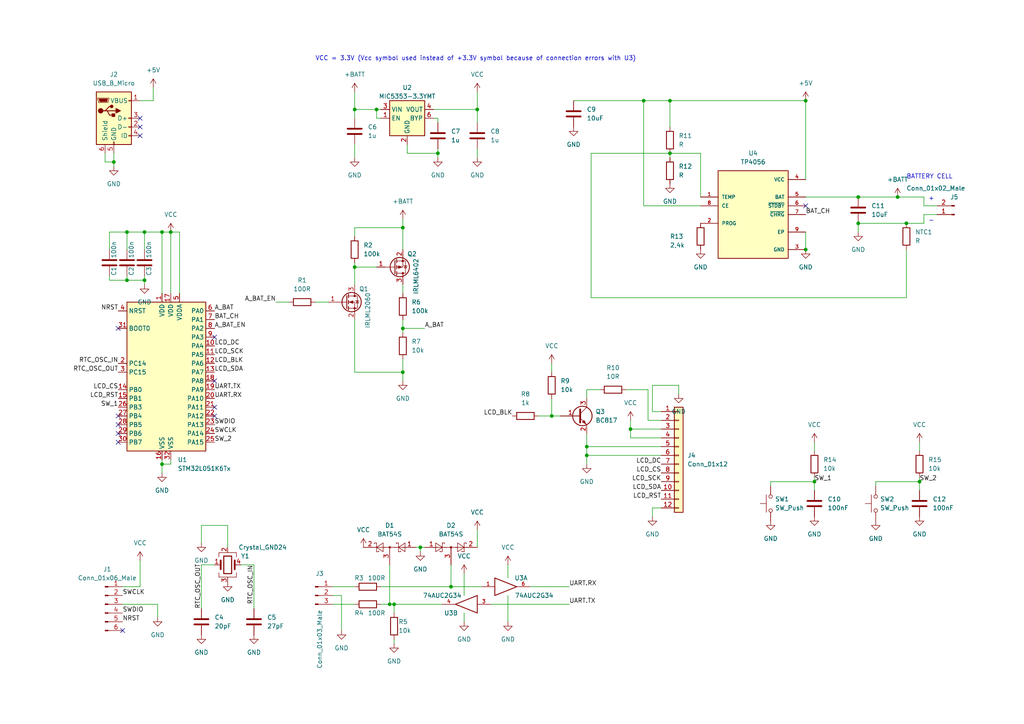
<source format=kicad_sch>
(kicad_sch (version 20211123) (generator eeschema)
  (paper "A4")
  (title_block (title "AGH-CLK-01") (date "01.12.22") (rev "A") (company "MARKIEL MIKOŁAJ, MOSUREK PIOTR, BIK MATEUSZ"))
  (lib_symbols
    (symbol "74xGxx:74AUC2G34" (pin_names (offset 1.016))
      (property "Reference" "U" (at -2.54 3.81 0))
      (property "Value" "74AUC2G34" (at 0 -3.81 0))
      (symbol "74AUC2G34_0_1"
        (pin power_in line (at 0 -2.54 270) (length 0) hide (name "GND") (number "2"))
        (pin power_in line (at 0 2.54 90) (length 0) hide (name "VCC") (number "5"))
      )
      (symbol "74AUC2G34_1_1"
        (pin input line (at -7.62 0 0) (length 3.81) (name "~") (number "1"))
        (pin output line (at 6.35 0 180) (length 3.81) (name "~") (number "6"))
      )
      (symbol "74AUC2G34_2_1"
        (pin input line (at -7.62 0 0) (length 3.81) (name "~") (number "3"))
        (pin output line (at 6.35 0 180) (length 3.81) (name "~") (number "4"))
      )
    )
    (symbol "Battery_Management:TP4056" (pin_names (offset 1.016))
      (property "Reference" "U4" (at 0 17.78 0))
      (property "Value" "TP4056" (at 0 15.24 0))
      (symbol "TP4056_0_0"
        (pin input line (at -15.24 5.08 0) (length 5.08) (name "TEMP") (number "1"))
        (pin bidirectional line (at -15.24 -2.54 0) (length 5.08) (name "PROG") (number "2"))
        (pin power_in line (at 15.24 -10.16 180) (length 5.08) (name "GND") (number "3"))
        (pin power_in line (at 15.24 10.16 180) (length 5.08) (name "VCC") (number "4"))
        (pin power_out line (at 15.24 5.08 180) (length 5.08) (name "BAT") (number "5"))
        (pin output line (at 15.24 2.54 180) (length 5.08) (name "~{STDBY}") (number "6"))
        (pin output line (at 15.24 0 180) (length 5.08) (name "~{CHRG}") (number "7"))
        (pin input line (at -15.24 2.54 0) (length 5.08) (name "CE") (number "8"))
        (pin passive line (at 15.24 -5.08 180) (length 5.08) (name "EP") (number "9"))
      )
    )
    (symbol "Connector:Conn_01x02_Male" (pin_names (offset 1.016) hide)
      (property "Reference" "J" (at 0 2.54 0))
      (property "Value" "Conn_01x02_Male" (at 0 -5.08 0))
      (symbol "Conn_01x02_Male_1_1"
        (pin passive line (at 5.08 0 180) (length 3.81) (name "Pin_1") (number "1"))
        (pin passive line (at 5.08 -2.54 180) (length 3.81) (name "Pin_2") (number "2"))
      )
    )
    (symbol "Connector:Conn_01x03_Male" (pin_names (offset 1.016) hide)
      (property "Reference" "J" (at 0 5.08 0))
      (property "Value" "Conn_01x03_Male" (at 0 -5.08 0))
      (symbol "Conn_01x03_Male_1_1"
        (pin passive line (at 5.08 2.54 180) (length 3.81) (name "Pin_1") (number "1"))
        (pin passive line (at 5.08 0 180) (length 3.81) (name "Pin_2") (number "2"))
        (pin passive line (at 5.08 -2.54 180) (length 3.81) (name "Pin_3") (number "3"))
      )
    )
    (symbol "Connector:Conn_01x06_Male" (pin_names (offset 1.016) hide)
      (property "Reference" "J" (at 0 7.62 0))
      (property "Value" "Conn_01x06_Male" (at 0 -10.16 0))
      (symbol "Conn_01x06_Male_1_1"
        (pin passive line (at 5.08 5.08 180) (length 3.81) (name "Pin_1") (number "1"))
        (pin passive line (at 5.08 2.54 180) (length 3.81) (name "Pin_2") (number "2"))
        (pin passive line (at 5.08 0 180) (length 3.81) (name "Pin_3") (number "3"))
        (pin passive line (at 5.08 -2.54 180) (length 3.81) (name "Pin_4") (number "4"))
        (pin passive line (at 5.08 -5.08 180) (length 3.81) (name "Pin_5") (number "5"))
        (pin passive line (at 5.08 -7.62 180) (length 3.81) (name "Pin_6") (number "6"))
      )
    )
    (symbol "Connector:USB_B_Micro" (pin_names (offset 1.016))
      (property "Reference" "J" (at -5.08 11.43 0))
      (property "Value" "USB_B_Micro" (at -5.08 8.89 0))
      (symbol "USB_B_Micro_1_1"
        (pin power_out line (at 7.62 5.08 180) (length 2.54) (name "VBUS") (number "1"))
        (pin bidirectional line (at 7.62 -2.54 180) (length 2.54) (name "D-") (number "2"))
        (pin bidirectional line (at 7.62 0 180) (length 2.54) (name "D+") (number "3"))
        (pin passive line (at 7.62 -5.08 180) (length 2.54) (name "ID") (number "4"))
        (pin power_out line (at 0 -10.16 90) (length 2.54) (name "GND") (number "5"))
        (pin passive line (at -2.54 -10.16 90) (length 2.54) (name "Shield") (number "6"))
      )
    )
    (symbol "Connector_Generic:Conn_01x12" (pin_names (offset 1.016) hide)
      (property "Reference" "J" (at 0 15.24 0))
      (property "Value" "Conn_01x12" (at 0 -17.78 0))
      (symbol "Conn_01x12_1_1"
        (pin passive line (at -5.08 12.7 0) (length 3.81) (name "Pin_1") (number "1"))
        (pin passive line (at -5.08 -10.16 0) (length 3.81) (name "Pin_10") (number "10"))
        (pin passive line (at -5.08 -12.7 0) (length 3.81) (name "Pin_11") (number "11"))
        (pin passive line (at -5.08 -15.24 0) (length 3.81) (name "Pin_12") (number "12"))
        (pin passive line (at -5.08 10.16 0) (length 3.81) (name "Pin_2") (number "2"))
        (pin passive line (at -5.08 7.62 0) (length 3.81) (name "Pin_3") (number "3"))
        (pin passive line (at -5.08 5.08 0) (length 3.81) (name "Pin_4") (number "4"))
        (pin passive line (at -5.08 2.54 0) (length 3.81) (name "Pin_5") (number "5"))
        (pin passive line (at -5.08 0 0) (length 3.81) (name "Pin_6") (number "6"))
        (pin passive line (at -5.08 -2.54 0) (length 3.81) (name "Pin_7") (number "7"))
        (pin passive line (at -5.08 -5.08 0) (length 3.81) (name "Pin_8") (number "8"))
        (pin passive line (at -5.08 -7.62 0) (length 3.81) (name "Pin_9") (number "9"))
      )
    )
    (symbol "Device:C" (pin_numbers hide) (pin_names (offset 0.254))
      (property "Reference" "C" (at 0.635 2.54 0))
      (property "Value" "C" (at 0.635 -2.54 0))
      (symbol "C_1_1"
        (pin passive line (at 0 3.81 270) (length 2.794) (name "~") (number "1"))
        (pin passive line (at 0 -3.81 90) (length 2.794) (name "~") (number "2"))
      )
    )
    (symbol "Device:Crystal_GND23" (pin_names (offset 1.016) hide)
      (property "Reference" "Y" (at 3.175 5.08 0))
      (property "Value" "Crystal_GND23" (at 3.175 3.175 0))
      (symbol "Crystal_GND23_1_1"
        (pin passive line (at -3.81 0 0) (length 1.27) (name "1") (number "1"))
        (pin passive line (at 0 5.08 270) (length 1.27) (name "2") (number "2"))
        (pin passive line (at 0 -5.08 90) (length 1.27) (name "3") (number "3"))
        (pin passive line (at 3.81 0 180) (length 1.27) (name "4") (number "4"))
      )
    )
    (symbol "Device:R" (pin_numbers hide) (pin_names (offset 0))
      (property "Reference" "R" (at 2.032 0 90))
      (property "Value" "R" (at 0 0 90))
      (symbol "R_1_1"
        (pin passive line (at 0 3.81 270) (length 1.27) (name "~") (number "1"))
        (pin passive line (at 0 -3.81 90) (length 1.27) (name "~") (number "2"))
      )
    )
    (symbol "Diode:BAT54S" (pin_names (offset 1.016))
      (property "Reference" "D" (at 0.635 -3.81 0))
      (property "Value" "BAT54S" (at -6.35 3.175 0))
      (symbol "BAT54S_1_1"
        (pin passive line (at -7.62 0 0) (length 3.81) (name "~") (number "1"))
        (pin passive line (at 7.62 0 180) (length 3.81) (name "~") (number "2"))
        (pin passive line (at 0 -5.08 90) (length 5.08) (name "~") (number "3"))
      )
    )
    (symbol "MCU_ST_STM32L0:STM32L051K6Tx"
      (property "Reference" "U" (at -12.7 21.59 0))
      (property "Value" "STM32L051K6Tx" (at 5.08 21.59 0))
      (symbol "STM32L051K6Tx_1_1"
        (pin power_in line (at -2.54 22.86 270) (length 2.54) (name "VDD") (number "1"))
        (pin bidirectional line (at 12.7 7.62 180) (length 2.54) (name "PA4") (number "10"))
        (pin bidirectional line (at 12.7 5.08 180) (length 2.54) (name "PA5") (number "11"))
        (pin bidirectional line (at 12.7 2.54 180) (length 2.54) (name "PA6") (number "12"))
        (pin bidirectional line (at 12.7 0 180) (length 2.54) (name "PA7") (number "13"))
        (pin bidirectional line (at -15.24 -5.08 0) (length 2.54) (name "PB0") (number "14"))
        (pin bidirectional line (at -15.24 -7.62 0) (length 2.54) (name "PB1") (number "15"))
        (pin power_in line (at -2.54 -25.4 90) (length 2.54) (name "VSS") (number "16"))
        (pin power_in line (at 0 22.86 270) (length 2.54) (name "VDD") (number "17"))
        (pin bidirectional line (at 12.7 -2.54 180) (length 2.54) (name "PA8") (number "18"))
        (pin bidirectional line (at 12.7 -5.08 180) (length 2.54) (name "PA9") (number "19"))
        (pin bidirectional line (at -15.24 2.54 0) (length 2.54) (name "PC14") (number "2"))
        (pin bidirectional line (at 12.7 -7.62 180) (length 2.54) (name "PA10") (number "20"))
        (pin bidirectional line (at 12.7 -10.16 180) (length 2.54) (name "PA11") (number "21"))
        (pin bidirectional line (at 12.7 -12.7 180) (length 2.54) (name "PA12") (number "22"))
        (pin bidirectional line (at 12.7 -15.24 180) (length 2.54) (name "PA13") (number "23"))
        (pin bidirectional line (at 12.7 -17.78 180) (length 2.54) (name "PA14") (number "24"))
        (pin bidirectional line (at 12.7 -20.32 180) (length 2.54) (name "PA15") (number "25"))
        (pin bidirectional line (at -15.24 -10.16 0) (length 2.54) (name "PB3") (number "26"))
        (pin bidirectional line (at -15.24 -12.7 0) (length 2.54) (name "PB4") (number "27"))
        (pin bidirectional line (at -15.24 -15.24 0) (length 2.54) (name "PB5") (number "28"))
        (pin bidirectional line (at -15.24 -17.78 0) (length 2.54) (name "PB6") (number "29"))
        (pin bidirectional line (at -15.24 0 0) (length 2.54) (name "PC15") (number "3"))
        (pin bidirectional line (at -15.24 -20.32 0) (length 2.54) (name "PB7") (number "30"))
        (pin input line (at -15.24 12.7 0) (length 2.54) (name "BOOT0") (number "31"))
        (pin power_in line (at 0 -25.4 90) (length 2.54) (name "VSS") (number "32"))
        (pin input line (at -15.24 17.78 0) (length 2.54) (name "NRST") (number "4"))
        (pin power_in line (at 2.54 22.86 270) (length 2.54) (name "VDDA") (number "5"))
        (pin bidirectional line (at 12.7 17.78 180) (length 2.54) (name "PA0") (number "6"))
        (pin bidirectional line (at 12.7 15.24 180) (length 2.54) (name "PA1") (number "7"))
        (pin bidirectional line (at 12.7 12.7 180) (length 2.54) (name "PA2") (number "8"))
        (pin bidirectional line (at 12.7 10.16 180) (length 2.54) (name "PA3") (number "9"))
      )
    )
    (symbol "Regulator_Linear:MIC5353-3.3YMT"
      (property "Reference" "U" (at -3.81 6.35 0))
      (property "Value" "MIC5353-3.3YMT" (at 8.89 6.35 0))
      (symbol "MIC5353-3.3YMT_0_1"
        (pin input line (at -7.62 0 0) (length 2.54) (name "EN") (number "1"))
        (pin power_in line (at 0 -7.62 90) (length 2.54) (name "GND") (number "2"))
        (pin power_in line (at -7.62 2.54 0) (length 2.54) (name "VIN") (number "3"))
        (pin power_out line (at 7.62 2.54 180) (length 2.54) (name "VOUT") (number "4"))
        (pin no_connect line (at 5.08 -2.54 180) (length 2.54) hide (name "NC") (number "5"))
        (pin passive line (at 7.62 0 180) (length 2.54) (name "BYP") (number "6"))
        (pin passive line (at 0 -7.62 90) (length 2.54) hide (name "GND") (number "7"))
      )
    )
    (symbol "Switch:SW_Push" (pin_numbers hide) (pin_names (offset 1.016) hide)
      (property "Reference" "SW" (at 1.27 2.54 0))
      (property "Value" "SW_Push" (at 0 -1.524 0))
      (symbol "SW_Push_0_1"
        (pin passive line (at -5.08 0 0) (length 2.54) (name "1") (number "1"))
        (pin passive line (at 5.08 0 180) (length 2.54) (name "2") (number "2"))
      )
    )
    (symbol "Transistor_BJT:BC817" (pin_names (offset 0) hide)
      (property "Reference" "Q" (at 5.08 1.905 0))
      (property "Value" "BC817" (at 5.08 0 0))
      (symbol "BC817_1_1"
        (pin input line (at -5.08 0 0) (length 5.715) (name "B") (number "1"))
        (pin passive line (at 2.54 -5.08 90) (length 2.54) (name "E") (number "2"))
        (pin passive line (at 2.54 5.08 270) (length 2.54) (name "C") (number "3"))
      )
    )
    (symbol "Transistor_FET:IRLML2060" (pin_names hide)
      (property "Reference" "Q" (at 5.08 1.905 0))
      (property "Value" "IRLML2060" (at 5.08 0 0))
      (symbol "IRLML2060_1_1"
        (pin input line (at -5.08 0 0) (length 2.54) (name "G") (number "1"))
        (pin passive line (at 2.54 -5.08 90) (length 2.54) (name "S") (number "2"))
        (pin passive line (at 2.54 5.08 270) (length 2.54) (name "D") (number "3"))
      )
    )
    (symbol "Transistor_FET:IRLML6402" (pin_names hide)
      (property "Reference" "Q" (at 5.08 1.905 0))
      (property "Value" "IRLML6402" (at 5.08 0 0))
      (symbol "IRLML6402_1_1"
        (pin input line (at -5.08 0 0) (length 2.54) (name "G") (number "1"))
        (pin passive line (at 2.54 -5.08 90) (length 2.54) (name "S") (number "2"))
        (pin passive line (at 2.54 5.08 270) (length 2.54) (name "D") (number "3"))
      )
    )
    (symbol "power:+5V" (power) (pin_names (offset 0))
      (property "Value" "+5V" (at 0 3.556 0))
      (symbol "+5V_1_1"
        (pin power_in line (at 0 0 90) (length 0) hide (name "+5V") (number "1"))
      )
    )
    (symbol "power:+BATT" (power) (pin_names (offset 0))
      (property "Value" "+BATT" (at 0 3.556 0))
      (symbol "+BATT_1_1"
        (pin power_in line (at 0 0 90) (length 0) hide (name "+BATT") (number "1"))
      )
    )
    (symbol "power:GND" (power) (pin_names (offset 0))
      (property "Value" "GND" (at 0 -3.81 0))
      (symbol "GND_1_1"
        (pin power_in line (at 0 0 270) (length 0) hide (name "GND") (number "1"))
      )
    )
    (symbol "power:VCC" (power) (pin_names (offset 0))
      (property "Value" "VCC" (at 0 3.81 0))
      (symbol "VCC_1_1"
        (pin power_in line (at 0 0 90) (length 0) hide (name "VCC") (number "1"))
      )
    )
  )
  (junction (at 138.43 31.75))
  (junction (at 116.84 66.04))
  (junction (at 116.84 95.25))
  (junction (at 182.88 124.46))
  (junction (at 194.31 44.45))
  (junction (at 233.68 29.21))
  (junction (at 248.92 64.77))
  (junction (at 130.81 170.18))
  (junction (at 102.87 31.75))
  (junction (at 170.18 129.54))
  (junction (at 102.87 77.47))
  (junction (at 186.69 29.21))
  (junction (at 233.68 72.39))
  (junction (at 113.03 175.26))
  (junction (at 194.31 29.21))
  (junction (at 49.53 67.31))
  (junction (at 260.35 57.15))
  (junction (at 36.83 67.31))
  (junction (at 266.7 139.7))
  (junction (at 41.91 81.28))
  (junction (at 114.3 175.26))
  (junction (at 46.99 134.62))
  (junction (at 116.84 107.95))
  (junction (at 41.91 67.31))
  (junction (at 46.99 67.31))
  (junction (at 236.22 139.7))
  (junction (at 33.02 46.99))
  (junction (at 36.83 81.28))
  (junction (at 127 44.45))
  (junction (at 121.92 158.75))
  (junction (at 109.22 31.75))
  (junction (at 170.18 132.08))
  (junction (at 248.92 57.15))
  (junction (at 160.02 120.65))
  (junction (at 262.89 64.77))
  (no_connect (at 40.64 39.37))
  (no_connect (at 34.29 95.25))
  (no_connect (at 34.29 128.27))
  (no_connect (at 40.64 34.29))
  (no_connect (at 62.23 97.79))
  (no_connect (at 62.23 120.65))
  (no_connect (at 35.56 182.88))
  (no_connect (at 34.29 120.65))
  (no_connect (at 62.23 118.11))
  (no_connect (at 40.64 36.83))
  (no_connect (at 233.68 59.69))
  (no_connect (at 62.23 110.49))
  (no_connect (at 34.29 123.19))
  (no_connect (at 34.29 125.73))
  (wire (pts (xy 45.72 179.07) (xy 45.72 175.26)))
  (wire (pts (xy 96.52 172.72) (xy 99.06 172.72)))
  (wire (pts (xy 189.23 147.32) (xy 189.23 149.86)))
  (wire (pts (xy 49.53 133.35) (xy 49.53 134.62)))
  (wire (pts (xy 118.11 44.45) (xy 127 44.45)))
  (wire (pts (xy 203.2 44.45) (xy 203.2 57.15)))
  (wire (pts (xy 116.84 107.95) (xy 116.84 110.49)))
  (wire (pts (xy 194.31 29.21) (xy 194.31 36.83)))
  (wire (pts (xy 40.64 162.56) (xy 40.64 170.18)))
  (wire (pts (xy 134.62 166.37) (xy 134.62 172.72)))
  (wire (pts (xy 102.87 34.29) (xy 102.87 31.75)))
  (wire (pts (xy 156.21 120.65) (xy 160.02 120.65)))
  (wire (pts (xy 170.18 113.03) (xy 170.18 115.57)))
  (wire (pts (xy 267.97 59.69) (xy 267.97 57.15)))
  (wire (pts (xy 52.07 67.31) (xy 52.07 85.09)))
  (wire (pts (xy 58.42 163.83) (xy 58.42 176.53)))
  (wire (pts (xy 147.32 172.72) (xy 147.32 180.34)))
  (wire (pts (xy 262.89 64.77) (xy 267.97 64.77)))
  (wire (pts (xy 130.81 163.83) (xy 130.81 170.18)))
  (wire (pts (xy 142.24 175.26) (xy 165.1 175.26)))
  (wire (pts (xy 96.52 170.18) (xy 102.87 170.18)))
  (wire (pts (xy 36.83 81.28) (xy 41.91 81.28)))
  (wire (pts (xy 30.48 46.99) (xy 33.02 46.99)))
  (wire (pts (xy 113.03 163.83) (xy 113.03 175.26)))
  (wire (pts (xy 260.35 57.15) (xy 267.97 57.15)))
  (wire (pts (xy 96.52 175.26) (xy 102.87 175.26)))
  (wire (pts (xy 160.02 115.57) (xy 160.02 120.65)))
  (wire (pts (xy 271.78 62.23) (xy 267.97 62.23)))
  (wire (pts (xy 102.87 41.91) (xy 102.87 45.72)))
  (wire (pts (xy 196.85 111.76) (xy 196.85 114.3)))
  (wire (pts (xy 110.49 170.18) (xy 130.81 170.18)))
  (wire (pts (xy 127 34.29) (xy 127 35.56)))
  (wire (pts (xy 236.22 139.7) (xy 236.22 142.24)))
  (wire (pts (xy 166.37 29.21) (xy 186.69 29.21)))
  (wire (pts (xy 102.87 26.67) (xy 102.87 31.75)))
  (wire (pts (xy 31.75 67.31) (xy 36.83 67.31)))
  (wire (pts (xy 170.18 129.54) (xy 170.18 132.08)))
  (wire (pts (xy 171.45 44.45) (xy 171.45 86.36)))
  (wire (pts (xy 31.75 81.28) (xy 36.83 81.28)))
  (wire (pts (xy 233.68 67.31) (xy 233.68 72.39)))
  (wire (pts (xy 194.31 29.21) (xy 233.68 29.21)))
  (wire (pts (xy 41.91 81.28) (xy 41.91 82.55)))
  (wire (pts (xy 114.3 175.26) (xy 114.3 177.8)))
  (wire (pts (xy 41.91 67.31) (xy 41.91 72.39)))
  (wire (pts (xy 130.81 170.18) (xy 139.7 170.18)))
  (wire (pts (xy 116.84 82.55) (xy 116.84 85.09)))
  (wire (pts (xy 236.22 138.43) (xy 236.22 139.7)))
  (wire (pts (xy 102.87 31.75) (xy 109.22 31.75)))
  (wire (pts (xy 35.56 175.26) (xy 45.72 175.26)))
  (wire (pts (xy 116.84 104.14) (xy 116.84 107.95)))
  (wire (pts (xy 110.49 175.26) (xy 113.03 175.26)))
  (wire (pts (xy 121.92 158.75) (xy 123.19 158.75)))
  (wire (pts (xy 36.83 67.31) (xy 41.91 67.31)))
  (wire (pts (xy 138.43 153.67) (xy 138.43 158.75)))
  (wire (pts (xy 102.87 76.2) (xy 102.87 77.47)))
  (wire (pts (xy 191.77 119.38) (xy 189.23 119.38)))
  (wire (pts (xy 138.43 31.75) (xy 138.43 35.56)))
  (wire (pts (xy 160.02 105.41) (xy 160.02 107.95)))
  (wire (pts (xy 116.84 63.5) (xy 116.84 66.04)))
  (wire (pts (xy 102.87 66.04) (xy 116.84 66.04)))
  (wire (pts (xy 254 139.7) (xy 266.7 139.7)))
  (wire (pts (xy 194.31 44.45) (xy 194.31 45.72)))
  (wire (pts (xy 121.92 158.75) (xy 121.92 160.02)))
  (wire (pts (xy 102.87 92.71) (xy 102.87 107.95)))
  (wire (pts (xy 266.7 128.27) (xy 266.7 130.81)))
  (wire (pts (xy 267.97 62.23) (xy 267.97 64.77)))
  (wire (pts (xy 116.84 92.71) (xy 116.84 95.25)))
  (wire (pts (xy 233.68 57.15) (xy 248.92 57.15)))
  (wire (pts (xy 41.91 67.31) (xy 46.99 67.31)))
  (wire (pts (xy 194.31 44.45) (xy 171.45 44.45)))
  (wire (pts (xy 116.84 95.25) (xy 116.84 96.52)))
  (wire (pts (xy 116.84 66.04) (xy 116.84 72.39)))
  (wire (pts (xy 110.49 34.29) (xy 109.22 34.29)))
  (wire (pts (xy 181.61 113.03) (xy 187.96 113.03)))
  (wire (pts (xy 36.83 67.31) (xy 36.83 72.39)))
  (wire (pts (xy 271.78 59.69) (xy 267.97 59.69)))
  (wire (pts (xy 194.31 44.45) (xy 203.2 44.45)))
  (wire (pts (xy 102.87 68.58) (xy 102.87 66.04)))
  (wire (pts (xy 69.85 163.83) (xy 73.66 163.83)))
  (wire (pts (xy 102.87 77.47) (xy 102.87 82.55)))
  (wire (pts (xy 44.45 25.4) (xy 44.45 29.21)))
  (wire (pts (xy 189.23 119.38) (xy 189.23 111.76)))
  (wire (pts (xy 266.7 139.7) (xy 266.7 142.24)))
  (wire (pts (xy 80.01 87.63) (xy 83.82 87.63)))
  (wire (pts (xy 186.69 29.21) (xy 186.69 59.69)))
  (wire (pts (xy 35.56 170.18) (xy 40.64 170.18)))
  (wire (pts (xy 109.22 31.75) (xy 110.49 31.75)))
  (wire (pts (xy 125.73 31.75) (xy 138.43 31.75)))
  (wire (pts (xy 58.42 152.4) (xy 66.04 152.4)))
  (wire (pts (xy 125.73 34.29) (xy 127 34.29)))
  (wire (pts (xy 58.42 157.48) (xy 58.42 152.4)))
  (wire (pts (xy 248.92 67.31) (xy 248.92 64.77)))
  (wire (pts (xy 102.87 77.47) (xy 109.22 77.47)))
  (wire (pts (xy 46.99 134.62) (xy 46.99 137.16)))
  (wire (pts (xy 109.22 31.75) (xy 109.22 34.29)))
  (wire (pts (xy 134.62 177.8) (xy 134.62 180.34)))
  (wire (pts (xy 99.06 172.72) (xy 99.06 182.88)))
  (wire (pts (xy 114.3 175.26) (xy 128.27 175.26)))
  (wire (pts (xy 182.88 124.46) (xy 182.88 127)))
  (wire (pts (xy 118.11 41.91) (xy 118.11 44.45)))
  (wire (pts (xy 191.77 124.46) (xy 182.88 124.46)))
  (wire (pts (xy 31.75 72.39) (xy 31.75 67.31)))
  (wire (pts (xy 173.99 113.03) (xy 170.18 113.03)))
  (wire (pts (xy 49.53 67.31) (xy 52.07 67.31)))
  (wire (pts (xy 58.42 163.83) (xy 62.23 163.83)))
  (wire (pts (xy 113.03 175.26) (xy 114.3 175.26)))
  (wire (pts (xy 171.45 86.36) (xy 262.89 86.36)))
  (wire (pts (xy 170.18 132.08) (xy 170.18 134.62)))
  (wire (pts (xy 236.22 128.27) (xy 236.22 130.81)))
  (wire (pts (xy 223.52 140.97) (xy 223.52 139.7)))
  (wire (pts (xy 153.67 170.18) (xy 165.1 170.18)))
  (wire (pts (xy 46.99 67.31) (xy 49.53 67.31)))
  (wire (pts (xy 160.02 120.65) (xy 162.56 120.65)))
  (wire (pts (xy 116.84 107.95) (xy 102.87 107.95)))
  (wire (pts (xy 46.99 67.31) (xy 46.99 85.09)))
  (wire (pts (xy 46.99 134.62) (xy 49.53 134.62)))
  (wire (pts (xy 170.18 125.73) (xy 170.18 129.54)))
  (wire (pts (xy 191.77 127) (xy 182.88 127)))
  (wire (pts (xy 33.02 46.99) (xy 33.02 48.26)))
  (wire (pts (xy 189.23 111.76) (xy 196.85 111.76)))
  (wire (pts (xy 248.92 57.15) (xy 260.35 57.15)))
  (wire (pts (xy 36.83 80.01) (xy 36.83 81.28)))
  (wire (pts (xy 266.7 138.43) (xy 266.7 139.7)))
  (wire (pts (xy 254 140.97) (xy 254 139.7)))
  (wire (pts (xy 182.88 121.92) (xy 182.88 124.46)))
  (wire (pts (xy 186.69 29.21) (xy 194.31 29.21)))
  (wire (pts (xy 223.52 139.7) (xy 236.22 139.7)))
  (wire (pts (xy 40.64 29.21) (xy 44.45 29.21)))
  (wire (pts (xy 73.66 163.83) (xy 73.66 176.53)))
  (wire (pts (xy 66.04 152.4) (xy 66.04 158.75)))
  (wire (pts (xy 203.2 59.69) (xy 186.69 59.69)))
  (wire (pts (xy 187.96 121.92) (xy 191.77 121.92)))
  (wire (pts (xy 262.89 86.36) (xy 262.89 72.39)))
  (wire (pts (xy 114.3 185.42) (xy 114.3 186.69)))
  (wire (pts (xy 46.99 133.35) (xy 46.99 134.62)))
  (wire (pts (xy 191.77 129.54) (xy 170.18 129.54)))
  (wire (pts (xy 138.43 26.67) (xy 138.43 31.75)))
  (wire (pts (xy 116.84 95.25) (xy 123.19 95.25)))
  (wire (pts (xy 127 44.45) (xy 127 45.72)))
  (wire (pts (xy 262.89 64.77) (xy 248.92 64.77)))
  (wire (pts (xy 187.96 121.92) (xy 187.96 113.03)))
  (wire (pts (xy 33.02 44.45) (xy 33.02 46.99)))
  (wire (pts (xy 31.75 80.01) (xy 31.75 81.28)))
  (wire (pts (xy 233.68 29.21) (xy 233.68 52.07)))
  (wire (pts (xy 120.65 158.75) (xy 121.92 158.75)))
  (wire (pts (xy 138.43 43.18) (xy 138.43 45.72)))
  (wire (pts (xy 147.32 163.83) (xy 147.32 167.64)))
  (wire (pts (xy 49.53 67.31) (xy 49.53 85.09)))
  (wire (pts (xy 170.18 132.08) (xy 191.77 132.08)))
  (wire (pts (xy 41.91 80.01) (xy 41.91 81.28)))
  (wire (pts (xy 30.48 44.45) (xy 30.48 46.99)))
  (wire (pts (xy 91.44 87.63) (xy 95.25 87.63)))
  (wire (pts (xy 191.77 147.32) (xy 189.23 147.32)))
  (wire (pts (xy 127 43.18) (xy 127 44.45)))
  (text "-" (at 269.24 64.77 0) (effects (font (size 1.27 1.27)) (justify left bottom)))
  (text "VCC = 3.3V (Vcc symbol used instead of +3.3V symbol because of connection errors with U3)" (at 91.44 17.78 0) (effects (font (size 1.27 1.27)) (justify left bottom)))
  (text "BATTERY CELL" (at 262.89 52.07 0) (effects (font (size 1.27 1.27)) (justify left bottom)))
  (text "+\n" (at 269.24 58.42 0) (effects (font (size 1.27 1.27)) (justify left bottom)))
  (label "NRST" (at 35.56 180.34 0))
  (label "BAT_CH" (at 233.68 62.23 0))
  (label "LCD_BLK" (at 148.59 120.65 180))
  (label "LCD_DC" (at 62.23 100.33 0))
  (label "LCD_BLK" (at 62.23 105.41 0))
  (label "SW_1" (at 236.22 139.7 0))
  (label "A_BAT" (at 123.19 95.25 0))
  (label "LCD_SDA" (at 191.77 142.24 180))
  (label "LCD_DC" (at 191.77 134.62 180))
  (label "UART.RX" (at 165.1 170.18 0))
  (label "LCD_SCK" (at 191.77 139.7 180))
  (label "SWCLK" (at 35.56 172.72 0))
  (label "LCD_RST" (at 191.77 144.78 180))
  (label "RTC_OSC_OUT" (at 34.29 107.95 180))
  (label "A_BAT_EN" (at 80.01 87.63 180))
  (label "UART.RX" (at 62.23 115.57 0))
  (label "SW_2" (at 62.23 128.27 0))
  (label "RTC_OSC_OUT" (at 58.42 176.53 90))
  (label "LCD_SCK" (at 62.23 102.87 0))
  (label "RTC_OSC_IN" (at 73.66 175.26 90))
  (label "LCD_SDA" (at 62.23 107.95 0))
  (label "UART.TX" (at 62.23 113.03 0))
  (label "A_BAT_EN" (at 62.23 95.25 0))
  (label "SWCLK" (at 62.23 125.73 0))
  (label "SW_1" (at 34.29 118.11 180))
  (label "LCD_CS" (at 191.77 137.16 180))
  (label "A_BAT" (at 62.23 90.17 0))
  (label "SWDIO" (at 35.56 177.8 0))
  (label "LCD_RST" (at 34.29 115.57 180))
  (label "BAT_CH" (at 62.23 92.71 0))
  (label "NRST" (at 34.29 90.17 180))
  (label "SW_2" (at 266.7 139.7 0))
  (label "LCD_CS" (at 34.29 113.03 180))
  (label "UART.TX" (at 165.1 175.26 0))
  (label "RTC_OSC_IN" (at 34.29 105.41 180))
  (label "SWDIO" (at 62.23 123.19 0))
  (symbol (lib_id "power:VCC") (at 138.43 153.67 0) (unit 1)
    (property "Reference" "#PWR025" (effects hide))
    (property "Value" "VCC" (at 138.43 148.59 0))
  )
  (symbol (lib_id "power:GND") (at 116.84 110.49 0) (unit 1)
    (property "Reference" "#PWR018" (effects hide))
    (property "Value" "GND" (at 116.84 115.57 0))
  )
  (symbol (lib_id "power:GND") (at 134.62 180.34 0) (unit 1)
    (property "Reference" "#PWR022" (effects hide))
    (property "Value" "GND" (at 134.62 185.42 0))
  )
  (symbol (lib_id "power:+5V") (at 233.68 29.21 0) (unit 1)
    (property "Reference" "#PWR037" (effects hide))
    (property "Value" "+5V" (at 233.68 24.13 0))
  )
  (symbol (lib_id "power:GND") (at 147.32 180.34 0) (unit 1)
    (property "Reference" "#PWR027" (effects hide))
    (property "Value" "GND" (at 147.32 185.42 0))
  )
  (symbol (lib_id "power:VCC") (at 160.02 105.41 0) (unit 1)
    (property "Reference" "#PWR028" (effects hide))
    (property "Value" "VCC" (at 160.02 100.33 0))
  )
  (symbol (lib_id "Device:C") (at 138.43 39.37 0) (unit 1)
    (property "Reference" "C8" (at 142.24 38.0999 0) (effects (justify left)))
    (property "Value" "1u" (at 142.24 40.6399 0) (effects (justify left)))
    (property "Footprint" "Capacitor_SMD:C_0805_2012Metric_Pad1.18x1.45mm_HandSolder" (effects hide))
  )
  (symbol (lib_id "Transistor_FET:IRLML2060") (at 100.33 87.63 0) (unit 1)
    (property "Reference" "Q1" (at 104.14 83.82 0) (effects (justify left)))
    (property "Value" "IRLML2060" (at 106.68 95.25 90) (effects (justify left)))
    (property "Footprint" "Package_TO_SOT_SMD:SOT-23" (effects hide))
    (property "Datasheet" "https://www.infineon.com/dgdl/irlml2060pbf.pdf?fileId=5546d462533600a401535664b7fb25ee" (effects hide))
  )
  (symbol (lib_id "power:GND") (at 58.42 157.48 0) (unit 1)
    (property "Reference" "#PWR08" (effects hide))
    (property "Value" "GND" (at 58.42 162.56 0))
  )
  (symbol (lib_id "power:VCC") (at 266.7 128.27 0) (unit 1)
    (property "Reference" "#PWR044" (effects hide))
    (property "Value" "VCC" (at 266.7 123.19 0))
  )
  (symbol (lib_id "Device:R") (at 194.31 49.53 0) (unit 1)
    (property "Reference" "R12" (at 196.85 48.2599 0) (effects (justify left)))
    (property "Value" "R" (at 196.85 50.7999 0) (effects (justify left)))
    (property "Footprint" "Resistor_SMD:R_0603_1608Metric_Pad0.98x0.95mm_HandSolder" (effects hide))
  )
  (symbol (lib_id "Device:R") (at 236.22 134.62 0) (unit 1)
    (property "Reference" "R14" (at 238.76 133.3499 0) (effects (justify left)))
    (property "Value" "10k" (at 238.76 135.8899 0) (effects (justify left)))
    (property "Footprint" "Resistor_SMD:R_0603_1608Metric_Pad0.98x0.95mm_HandSolder" (effects hide))
  )
  (symbol (lib_id "Device:R") (at 114.3 181.61 180) (unit 1)
    (property "Reference" "R5" (at 115.57 180.34 0) (effects (justify right)))
    (property "Value" "10k" (at 115.57 182.88 0) (effects (justify right)))
    (property "Footprint" "Resistor_SMD:R_0603_1608Metric_Pad0.98x0.95mm_HandSolder" (effects hide))
  )
  (symbol (lib_id "power:GND") (at 266.7 149.86 0) (unit 1)
    (property "Reference" "#PWR045" (effects hide))
    (property "Value" "GND" (at 266.7 154.94 0))
  )
  (symbol (lib_id "power:GND") (at 58.42 184.15 0) (unit 1)
    (property "Reference" "#PWR09" (effects hide))
    (property "Value" "GND" (at 58.42 189.23 0))
  )
  (symbol (lib_id "Connector:Conn_01x02_Male") (at 276.86 62.23 180) (unit 1)
    (property "Reference" "J5" (at 275.59 57.15 0) (effects (justify right)))
    (property "Value" "Conn_01x02_Male" (at 262.89 54.61 0) (effects (justify right)))
    (property "Footprint" "Connector_PinHeader_2.54mm:PinHeader_1x02_P2.54mm_Vertical" (effects hide))
  )
  (symbol (lib_id "power:GND") (at 196.85 114.3 0) (unit 1)
    (property "Reference" "#PWR034" (effects hide))
    (property "Value" "GND" (at 196.85 119.38 0))
  )
  (symbol (lib_id "power:+BATT") (at 260.35 57.15 0) (unit 1)
    (property "Reference" "#PWR043" (effects hide))
    (property "Value" "+BATT" (at 260.35 52.07 0))
  )
  (symbol (lib_id "Device:R") (at 102.87 72.39 0) (unit 1)
    (property "Reference" "R2" (at 105.41 71.1199 0) (effects (justify left)))
    (property "Value" "100k" (at 105.41 73.6599 0) (effects (justify left)))
    (property "Footprint" "Resistor_SMD:R_0603_1608Metric_Pad0.98x0.95mm_HandSolder" (effects hide))
  )
  (symbol (lib_id "Device:R") (at 106.68 175.26 90) (unit 1)
    (property "Reference" "R4" (at 104.14 177.8 90))
    (property "Value" "100R" (at 109.22 177.8 90))
    (property "Footprint" "Resistor_SMD:R_0603_1608Metric_Pad0.98x0.95mm_HandSolder" (effects hide))
  )
  (symbol (lib_id "power:GND") (at 66.04 168.91 0) (unit 1)
    (property "Reference" "#PWR010" (effects hide))
    (property "Value" "GND" (at 66.04 173.99 0))
  )
  (symbol (lib_id "power:VCC") (at 49.53 67.31 0) (unit 1)
    (property "Reference" "#PWR07" (effects hide))
    (property "Value" "VCC" (at 49.53 62.23 0))
  )
  (symbol (lib_id "power:GND") (at 45.72 179.07 0) (unit 1)
    (property "Reference" "#PWR05" (effects hide))
    (property "Value" "GND" (at 45.72 184.15 0))
  )
  (symbol (lib_id "power:GND") (at 236.22 149.86 0) (unit 1)
    (property "Reference" "#PWR040" (effects hide))
    (property "Value" "GND" (at 236.22 154.94 0))
  )
  (symbol (lib_id "Device:C") (at 236.22 146.05 0) (unit 1)
    (property "Reference" "C10" (at 240.03 144.7799 0) (effects (justify left)))
    (property "Value" "100nF" (at 240.03 147.3199 0) (effects (justify left)))
    (property "Footprint" "Capacitor_SMD:C_0603_1608Metric_Pad1.08x0.95mm_HandSolder" (effects hide))
  )
  (symbol (lib_id "Device:C") (at 266.7 146.05 0) (unit 1)
    (property "Reference" "C12" (at 270.51 144.7799 0) (effects (justify left)))
    (property "Value" "100nF" (at 270.51 147.3199 0) (effects (justify left)))
    (property "Footprint" "Capacitor_SMD:C_0603_1608Metric_Pad1.08x0.95mm_HandSolder" (effects hide))
  )
  (symbol (lib_id "Device:Crystal_GND23") (at 66.04 163.83 0) (unit 1)
    (property "Reference" "Y1" (at 71.12 161.29 0))
    (property "Value" "Crystal_GND24" (at 76.2 158.75 0))
    (property "Footprint" "Crystal:Crystal_SMD_Abracon_ABS25-4Pin_8.0x3.8mm" (effects hide))
  )
  (symbol (lib_id "power:GND") (at 254 151.13 0) (unit 1)
    (property "Reference" "#PWR042" (effects hide))
    (property "Value" "GND" (at 254 156.21 0))
  )
  (symbol (lib_id "Device:C") (at 58.42 180.34 0) (unit 1)
    (property "Reference" "C4" (at 62.23 179.0699 0) (effects (justify left)))
    (property "Value" "20pF" (at 62.23 181.6099 0) (effects (justify left)))
    (property "Footprint" "Capacitor_SMD:C_0603_1608Metric_Pad1.08x0.95mm_HandSolder" (effects hide))
  )
  (symbol (lib_id "Transistor_FET:IRLML6402") (at 114.3 77.47 0) (mirror x) (unit 1)
    (property "Reference" "Q2" (at 118.11 73.66 0) (effects (justify left)))
    (property "Value" "IRLML6402" (at 120.65 74.93 90) (effects (justify left)))
    (property "Footprint" "Package_TO_SOT_SMD:SOT-23" (effects hide))
    (property "Datasheet" "https://www.infineon.com/dgdl/irlml6402pbf.pdf?fileId=5546d462533600a401535668d5c2263c" (effects hide))
  )
  (symbol (lib_id "Device:C") (at 102.87 38.1 0) (unit 1)
    (property "Reference" "C6" (at 106.68 36.8299 0) (effects (justify left)))
    (property "Value" "1u" (at 106.68 39.3699 0) (effects (justify left)))
    (property "Footprint" "Capacitor_SMD:C_0805_2012Metric_Pad1.18x1.45mm_HandSolder" (effects hide))
  )
  (symbol (lib_id "Device:C") (at 31.75 76.2 0) (unit 1)
    (property "Reference" "C1" (at 33.02 80.01 90) (effects (justify left)))
    (property "Value" "100n" (at 33.02 74.93 90) (effects (justify left)))
    (property "Footprint" "Capacitor_SMD:C_0603_1608Metric_Pad1.08x0.95mm_HandSolder" (effects hide))
  )
  (symbol (lib_id "power:GND") (at 248.92 67.31 0) (unit 1)
    (property "Reference" "#PWR041" (effects hide))
    (property "Value" "GND" (at 248.92 72.39 0))
  )
  (symbol (lib_id "power:+BATT") (at 116.84 63.5 0) (unit 1)
    (property "Reference" "#PWR017" (effects hide))
    (property "Value" "+BATT" (at 116.84 58.42 0))
  )
  (symbol (lib_id "power:VCC") (at 147.32 163.83 0) (unit 1)
    (property "Reference" "#PWR026" (effects hide))
    (property "Value" "VCC" (at 147.32 158.75 0))
  )
  (symbol (lib_id "Device:R") (at 203.2 68.58 0) (unit 1)
    (property "Reference" "R13" (at 194.31 68.58 0) (effects (justify left)))
    (property "Value" "2,4k" (at 194.31 71.12 0) (effects (justify left)))
    (property "Footprint" "Resistor_SMD:R_0603_1608Metric_Pad0.98x0.95mm_HandSolder" (effects hide))
  )
  (symbol (lib_id "power:GND") (at 233.68 72.39 0) (unit 1)
    (property "Reference" "#PWR038" (effects hide))
    (property "Value" "GND" (at 233.68 77.47 0))
  )
  (symbol (lib_id "power:GND") (at 114.3 186.69 0) (unit 1)
    (property "Reference" "#PWR016" (effects hide))
    (property "Value" "GND" (at 114.3 191.77 0))
  )
  (symbol (lib_id "74xGxx:74AUC2G34") (at 147.32 170.18 0) (unit 1)
    (property "Reference" "U3" (at 151.13 167.64 0))
    (property "Value" "74AUC2G34" (at 154.94 172.72 0))
    (property "Footprint" "Package_TO_SOT_SMD:SOT-23-6_Handsoldering" (effects hide))
    (property "Datasheet" "http://www.ti.com/lit/sg/scyt129e/scyt129e.pdf" (effects hide))
  )
  (symbol (lib_id "Switch:SW_Push") (at 254 146.05 90) (unit 1)
    (property "Reference" "SW2" (at 255.27 144.7799 90) (effects (justify right)))
    (property "Value" "SW_Push" (at 255.27 147.3199 90) (effects (justify right)))
    (property "Footprint" "Button_Switch_SMD:SW_SPST_B3U-3000P-B" (effects hide))
  )
  (symbol (lib_id "74xGxx:74AUC2G34") (at 134.62 175.26 0) (mirror y) (unit 2)
    (property "Reference" "U3" (at 130.81 177.8 0))
    (property "Value" "74AUC2G34" (at 128.27 172.72 0))
    (property "Footprint" "Package_TO_SOT_SMD:SOT-23-6_Handsoldering" (effects hide))
    (property "Datasheet" "http://www.ti.com/lit/sg/scyt129e/scyt129e.pdf" (effects hide))
  )
  (symbol (lib_id "Device:R") (at 177.8 113.03 90) (unit 1)
    (property "Reference" "R10" (at 177.8 106.68 90))
    (property "Value" "10R" (at 177.8 109.22 90))
    (property "Footprint" "Resistor_SMD:R_0603_1608Metric_Pad0.98x0.95mm_HandSolder" (effects hide))
  )
  (symbol (lib_id "Battery_Management:TP4056") (at 218.44 62.23 0) (unit 1)
    (property "Reference" "U4" (at 218.44 44.45 0))
    (property "Value" "TP4056" (at 218.44 46.99 0))
    (property "Footprint" "Package_SO:HSOP-8-1EP_3.9x4.9mm_P1.27mm_EP2.41x3.1mm" (effects hide))
    (property "MANUFACTURER" "NanJing Top Power ASIC Corp." (effects hide))
    (property "STANDARD" "IPC 7351B" (effects hide))
    (property "MAXIMUM_PACKAGE_HEIGHT" "1.75mm" (effects hide))
  )
  (symbol (lib_id "power:GND") (at 73.66 184.15 0) (unit 1)
    (property "Reference" "#PWR011" (effects hide))
    (property "Value" "GND" (at 73.66 189.23 0))
  )
  (symbol (lib_id "power:VCC") (at 134.62 166.37 0) (unit 1)
    (property "Reference" "#PWR021" (effects hide))
    (property "Value" "VCC" (at 134.62 161.29 0))
  )
  (symbol (lib_id "Connector:USB_B_Micro") (at 33.02 34.29 0) (unit 1)
    (property "Reference" "J2" (at 33.02 21.59 0))
    (property "Value" "USB_B_Micro" (at 33.02 24.13 0))
    (property "Footprint" "Connector_USB:USB_Micro-B_Amphenol_10104110_Horizontal" (effects hide))
  )
  (symbol (lib_id "power:GND") (at 121.92 160.02 0) (unit 1)
    (property "Reference" "#PWR019" (effects hide))
    (property "Value" "GND" (at 121.92 165.1 0))
  )
  (symbol (lib_id "power:GND") (at 194.31 53.34 0) (unit 1)
    (property "Reference" "#PWR033" (effects hide))
    (property "Value" "GND" (at 194.31 58.42 0))
  )
  (symbol (lib_id "Device:R") (at 106.68 170.18 90) (unit 1)
    (property "Reference" "R3" (at 104.14 167.64 90))
    (property "Value" "100R" (at 109.22 167.64 90))
    (property "Footprint" "Resistor_SMD:R_0603_1608Metric_Pad0.98x0.95mm_HandSolder" (effects hide))
  )
  (symbol (lib_id "Device:R") (at 87.63 87.63 90) (unit 1)
    (property "Reference" "R1" (at 87.63 81.28 90))
    (property "Value" "100R" (at 87.63 83.82 90))
    (property "Footprint" "Resistor_SMD:R_0603_1608Metric_Pad0.98x0.95mm_HandSolder" (effects hide))
  )
  (symbol (lib_id "power:VCC") (at 105.41 158.75 0) (unit 1)
    (property "Reference" "#PWR015" (effects hide))
    (property "Value" "VCC" (at 105.41 153.67 0))
  )
  (symbol (lib_id "Device:R") (at 194.31 40.64 0) (unit 1)
    (property "Reference" "R11" (at 196.85 39.3699 0) (effects (justify left)))
    (property "Value" "R" (at 196.85 41.9099 0) (effects (justify left)))
    (property "Footprint" "Resistor_SMD:R_0603_1608Metric_Pad0.98x0.95mm_HandSolder" (effects hide))
  )
  (symbol (lib_id "power:GND") (at 170.18 134.62 0) (unit 1)
    (property "Reference" "#PWR030" (effects hide))
    (property "Value" "GND" (at 170.18 139.7 0))
  )
  (symbol (lib_id "power:GND") (at 166.37 36.83 0) (unit 1)
    (property "Reference" "#PWR029" (effects hide))
    (property "Value" "GND" (at 166.37 41.91 0))
  )
  (symbol (lib_id "power:VCC") (at 138.43 26.67 0) (unit 1)
    (property "Reference" "#PWR023" (effects hide))
    (property "Value" "VCC" (at 138.43 21.59 0))
  )
  (symbol (lib_id "Connector:Conn_01x03_Male") (at 91.44 172.72 0) (unit 1)
    (property "Reference" "J3" (at 92.71 166.37 0))
    (property "Value" "Conn_01x03_Male" (at 92.71 185.42 90))
    (property "Footprint" "Connector_PinHeader_2.54mm:PinHeader_1x03_P2.54mm_Vertical" (effects hide))
  )
  (symbol (lib_id "power:+5V") (at 44.45 25.4 0) (unit 1)
    (property "Reference" "#PWR04" (effects hide))
    (property "Value" "+5V" (at 44.45 20.32 0))
  )
  (symbol (lib_id "power:GND") (at 138.43 45.72 0) (unit 1)
    (property "Reference" "#PWR024" (effects hide))
    (property "Value" "GND" (at 138.43 50.8 0))
  )
  (symbol (lib_id "Device:C") (at 41.91 76.2 0) (unit 1)
    (property "Reference" "C3" (at 43.18 80.01 90) (effects (justify left)))
    (property "Value" "100n" (at 43.18 74.93 90) (effects (justify left)))
    (property "Footprint" "Capacitor_SMD:C_0603_1608Metric_Pad1.08x0.95mm_HandSolder" (effects hide))
  )
  (symbol (lib_id "Device:R") (at 152.4 120.65 90) (unit 1)
    (property "Reference" "R8" (at 152.4 114.3 90))
    (property "Value" "1k" (at 152.4 116.84 90))
    (property "Footprint" "Resistor_SMD:R_0603_1608Metric_Pad0.98x0.95mm_HandSolder" (effects hide))
  )
  (symbol (lib_id "Switch:SW_Push") (at 223.52 146.05 90) (unit 1)
    (property "Reference" "SW1" (at 224.79 144.7799 90) (effects (justify right)))
    (property "Value" "SW_Push" (at 224.79 147.3199 90) (effects (justify right)))
    (property "Footprint" "Button_Switch_SMD:SW_SPST_B3U-3000P-B" (effects hide))
  )
  (symbol (lib_id "power:VCC") (at 40.64 162.56 0) (unit 1)
    (property "Reference" "#PWR02" (effects hide))
    (property "Value" "VCC" (at 40.64 157.48 0))
  )
  (symbol (lib_id "Device:C") (at 127 39.37 0) (unit 1)
    (property "Reference" "C7" (at 130.81 38.0999 0) (effects (justify left)))
    (property "Value" "1u" (at 130.81 40.6399 0) (effects (justify left)))
    (property "Footprint" "Capacitor_SMD:C_0805_2012Metric_Pad1.18x1.45mm_HandSolder" (effects hide))
  )
  (symbol (lib_id "power:+BATT") (at 102.87 26.67 0) (unit 1)
    (property "Reference" "#PWR013" (effects hide))
    (property "Value" "+BATT" (at 102.87 21.59 0))
  )
  (symbol (lib_id "Device:R") (at 160.02 111.76 0) (unit 1)
    (property "Reference" "R9" (at 162.56 110.4899 0) (effects (justify left)))
    (property "Value" "10k" (at 162.56 113.0299 0) (effects (justify left)))
    (property "Footprint" "Resistor_SMD:R_0603_1608Metric_Pad0.98x0.95mm_HandSolder" (effects hide))
  )
  (symbol (lib_id "power:VCC") (at 182.88 121.92 0) (unit 1)
    (property "Reference" "#PWR031" (effects hide))
    (property "Value" "VCC" (at 182.88 116.84 0))
  )
  (symbol (lib_id "Transistor_BJT:BC817") (at 167.64 120.65 0) (unit 1)
    (property "Reference" "Q3" (at 172.72 119.3799 0) (effects (justify left)))
    (property "Value" "BC817" (at 172.72 121.9199 0) (effects (justify left)))
    (property "Footprint" "Package_TO_SOT_SMD:SOT-23" (effects hide))
    (property "Datasheet" "https://www.onsemi.com/pub/Collateral/BC818-D.pdf" (effects hide))
  )
  (symbol (lib_id "power:VCC") (at 236.22 128.27 0) (unit 1)
    (property "Reference" "#PWR039" (effects hide))
    (property "Value" "VCC" (at 236.22 123.19 0))
  )
  (symbol (lib_id "MCU_ST_STM32L0:STM32L051K6Tx") (at 49.53 107.95 0) (unit 1)
    (property "Reference" "U1" (at 51.5494 133.35 0) (effects (justify left)))
    (property "Value" "STM32L051K6Tx" (at 51.5494 135.89 0) (effects (justify left)))
    (property "Footprint" "Package_QFP:LQFP-32_7x7mm_P0.8mm" (effects hide))
    (property "Datasheet" "http://www.st.com/st-web-ui/static/active/en/resource/technical/document/datasheet/DM00108219.pdf" (effects hide))
  )
  (symbol (lib_id "Connector:Conn_01x06_Male") (at 30.48 175.26 0) (unit 1)
    (property "Reference" "J1" (at 31.115 165.1 0))
    (property "Value" "Conn_01x06_Male" (at 31.115 167.64 0))
    (property "Footprint" "Connector_PinHeader_2.54mm:PinHeader_1x06_P2.54mm_Vertical" (effects hide))
  )
  (symbol (lib_id "power:GND") (at 203.2 72.39 0) (unit 1)
    (property "Reference" "#PWR035" (effects hide))
    (property "Value" "GND" (at 203.2 77.47 0))
  )
  (symbol (lib_id "Device:C") (at 248.92 60.96 0) (unit 1)
    (property "Reference" "C11" (at 252.73 59.6899 0) (effects (justify left)))
    (property "Value" "10uF" (at 252.73 62.2299 0) (effects (justify left)))
    (property "Footprint" "Capacitor_SMD:C_1206_3216Metric_Pad1.33x1.80mm_HandSolder" (effects hide))
  )
  (symbol (lib_id "power:GND") (at 99.06 182.88 0) (unit 1)
    (property "Reference" "#PWR012" (effects hide))
    (property "Value" "GND" (at 99.06 187.96 0))
  )
  (symbol (lib_id "Connector_Generic:Conn_01x12") (at 196.85 132.08 0) (unit 1)
    (property "Reference" "J4" (at 199.39 132.0799 0) (effects (justify left)))
    (property "Value" "Conn_01x12" (at 199.39 134.6199 0) (effects (justify left)))
    (property "Footprint" "Connector:Flex_Tape_12x0.635" (effects hide))
  )
  (symbol (lib_id "power:GND") (at 41.91 82.55 0) (unit 1)
    (property "Reference" "#PWR03" (effects hide))
    (property "Value" "GND" (at 41.91 87.63 0))
  )
  (symbol (lib_id "Regulator_Linear:MIC5353-3.3YMT") (at 118.11 34.29 0) (unit 1)
    (property "Reference" "U2" (at 118.11 25.4 0))
    (property "Value" "MIC5353-3.3YMT" (at 118.11 27.94 0))
    (property "Footprint" "Package_DFN_QFN:MLF-6-1EP_1.6x1.6mm_P0.5mm_EP0.5x1.26mm" (effects hide))
    (property "Datasheet" "http://ww1.microchip.com/downloads/en/DeviceDoc/mic5353.pdf" (effects hide))
  )
  (symbol (lib_id "power:GND") (at 46.99 137.16 0) (unit 1)
    (property "Reference" "#PWR06" (effects hide))
    (property "Value" "GND" (at 46.99 142.24 0))
  )
  (symbol (lib_id "Device:C") (at 36.83 76.2 0) (unit 1)
    (property "Reference" "C2" (at 38.1 80.01 90) (effects (justify left)))
    (property "Value" "100n" (at 38.1 74.93 90) (effects (justify left)))
    (property "Footprint" "Capacitor_SMD:C_0603_1608Metric_Pad1.08x0.95mm_HandSolder" (effects hide))
  )
  (symbol (lib_id "power:GND") (at 189.23 149.86 0) (unit 1)
    (property "Reference" "#PWR032" (effects hide))
    (property "Value" "GND" (at 189.23 154.94 0))
  )
  (symbol (lib_id "Device:R") (at 262.89 68.58 0) (unit 1)
    (property "Reference" "NTC1" (at 265.43 67.3099 0) (effects (justify left)))
    (property "Value" "R" (at 265.43 69.8499 0) (effects (justify left)))
    (property "Footprint" "Connector_Wire:SolderWire-0.5sqmm_1x02_P4.6mm_D0.9mm_OD2.1mm" (effects hide))
  )
  (symbol (lib_id "power:GND") (at 102.87 45.72 0) (unit 1)
    (property "Reference" "#PWR014" (effects hide))
    (property "Value" "GND" (at 102.87 50.8 0))
  )
  (symbol (lib_id "Device:C") (at 73.66 180.34 0) (unit 1)
    (property "Reference" "C5" (at 77.47 179.0699 0) (effects (justify left)))
    (property "Value" "27pF" (at 77.47 181.6099 0) (effects (justify left)))
    (property "Footprint" "Capacitor_SMD:C_0603_1608Metric_Pad1.08x0.95mm_HandSolder" (effects hide))
  )
  (symbol (lib_id "Device:C") (at 166.37 33.02 0) (unit 1)
    (property "Reference" "C9" (at 170.18 31.7499 0) (effects (justify left)))
    (property "Value" "10uF" (at 170.18 34.2899 0) (effects (justify left)))
    (property "Footprint" "Capacitor_SMD:C_1206_3216Metric_Pad1.33x1.80mm_HandSolder" (effects hide))
  )
  (symbol (lib_id "Diode:BAT54S") (at 130.81 158.75 0) (unit 1)
    (property "Reference" "D2" (at 130.81 152.4 0))
    (property "Value" "BAT54S" (at 130.81 154.94 0))
    (property "Footprint" "Package_TO_SOT_SMD:SOT-23" (effects hide))
    (property "Datasheet" "https://www.diodes.com/assets/Datasheets/ds11005.pdf" (effects hide))
  )
  (symbol (lib_id "Device:R") (at 266.7 134.62 0) (unit 1)
    (property "Reference" "R15" (at 269.24 133.3499 0) (effects (justify left)))
    (property "Value" "10k" (at 269.24 135.8899 0) (effects (justify left)))
    (property "Footprint" "Resistor_SMD:R_0603_1608Metric_Pad0.98x0.95mm_HandSolder" (effects hide))
  )
  (symbol (lib_id "Device:R") (at 116.84 100.33 0) (unit 1)
    (property "Reference" "R7" (at 119.38 99.0599 0) (effects (justify left)))
    (property "Value" "10k" (at 119.38 101.5999 0) (effects (justify left)))
    (property "Footprint" "Resistor_SMD:R_0603_1608Metric_Pad0.98x0.95mm_HandSolder" (effects hide))
  )
  (symbol (lib_id "Device:R") (at 116.84 88.9 0) (unit 1)
    (property "Reference" "R6" (at 119.38 87.6299 0) (effects (justify left)))
    (property "Value" "100k" (at 119.38 90.1699 0) (effects (justify left)))
    (property "Footprint" "Resistor_SMD:R_0603_1608Metric_Pad0.98x0.95mm_HandSolder" (effects hide))
  )
  (symbol (lib_id "power:GND") (at 33.02 48.26 0) (unit 1)
    (property "Reference" "#PWR01" (effects hide))
    (property "Value" "GND" (at 33.02 53.34 0))
  )
  (symbol (lib_id "power:GND") (at 127 45.72 0) (unit 1)
    (property "Reference" "#PWR020" (effects hide))
    (property "Value" "GND" (at 127 50.8 0))
  )
  (symbol (lib_id "Diode:BAT54S") (at 113.03 158.75 0) (mirror y) (unit 1)
    (property "Reference" "D1" (at 113.03 152.4 0))
    (property "Value" "BAT54S" (at 113.03 154.94 0))
    (property "Footprint" "Package_TO_SOT_SMD:SOT-23" (effects hide))
    (property "Datasheet" "https://www.diodes.com/assets/Datasheets/ds11005.pdf" (effects hide))
  )
  (symbol (lib_id "power:GND") (at 223.52 151.13 0) (unit 1)
    (property "Reference" "#PWR036" (effects hide))
    (property "Value" "GND" (at 223.52 156.21 0))
  )
)
</source>
